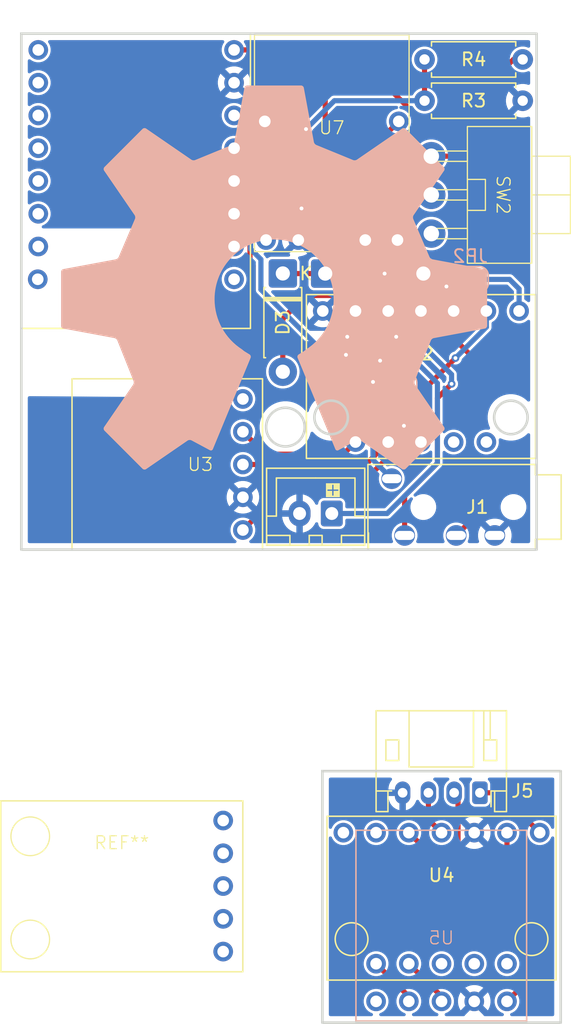
<source format=kicad_pcb>
(kicad_pcb (version 20241229) (generator "pcbnew") (generator_version "9.0")
  (layers (0 "F.Cu" signal) (2 "B.Cu" signal) (13 "F.Paste" user) (15 "B.Paste" user) (5 "F.SilkS" user "F.Silkscreen") (7 "B.SilkS" user "B.Silkscreen") (1 "F.Mask" user) (3 "B.Mask" user) (25 "Edge.Cuts" user))
  (net 0 "")
  (net 1 "SDA_1")
  (net 5 "ESP32_3V3")
  (net 7 "BATTERY_READER")
  (net 8 "ESP32_5V5")
  (net 13 "SCL_1")
  (net 15 "Net-(U2-SCX)")
  (net 18 "Net-(U2-SDX)")
  (net 22 "Net-(U4-SCX)")
  (net 25 "Net-(U4-SDX)")
  (net 28 "+BATT")
  (net 29 "GND")
  (net 32 "Net-(D3-A)")
  (net 33 "Net-(D4-A)")
  (net 35 "Net-(JP1-B)")
  (net 36 "Net-(JP2-A)")
  (footprint "My_Library:LX_LBES" (layer "F.Cu") (at 160.1 66.9 -90)
    (property "Reference" "U7" (at -9.6 6 0) (layer "F.SilkS") (effects (font (thickness 0.1))))
    (property "Value" "~")
    (pad "1" thru_hole circle (at -10.1 0.8 90) (size 1.524 1.524) (drill 0.9) (layers "*.Cu" "*.Mask") (net 32 "Net-(D3-A)"))
    (pad "2" thru_hole circle (at -10.1 11.2 90) (size 1.524 1.524) (drill 0.9) (layers "*.Cu" "*.Mask") (net 29 "GND"))
    (pad "3" thru_hole circle (at -0.9 11.1 90) (size 1.524 1.524) (drill 0.9) (layers "*.Cu" "*.Mask"))
    (pad "4" thru_hole circle (at -0.9 8.6 90) (size 1.524 1.524) (drill 0.9) (layers "*.Cu" "*.Mask") (net 29 "GND"))
    (pad "5" thru_hole circle (at -0.9 3.4 90) (size 1.524 1.524) (drill 0.9) (layers "*.Cu" "*.Mask") (net 28 "+BATT"))
    (pad "6" thru_hole circle (at -0.9 0.9 90) (size 1.524 1.524) (drill 0.9) (layers "*.Cu" "*.Mask"))
  )
  (footprint "Espressif:ESP32-C3-SuperMini_PLUS" (layer "F.Cu") (at 138.896004 61.421392)
    (property "Reference" "U1" (at 0.003996 -1.421392 0) (layer "F.SilkS"))
    (property "Value" "~")
    (pad "1" thru_hole circle (at -7.58 -10.16) (size 1.524 1.524) (drill 0.9) (layers "*.Cu" "*.Mask"))
    (pad "2" thru_hole circle (at -7.58 -7.62) (size 1.524 1.524) (drill 0.9) (layers "*.Cu" "*.Mask"))
    (pad "3" thru_hole circle (at -7.58 -5.08) (size 1.524 1.524) (drill 0.9) (layers "*.Cu" "*.Mask"))
    (pad "4" thru_hole circle (at -7.58 -2.54) (size 1.524 1.524) (drill 0.9) (layers "*.Cu" "*.Mask"))
    (pad "5" thru_hole circle (at -7.58 0) (size 1.524 1.524) (drill 0.9) (layers "*.Cu" "*.Mask"))
    (pad "6" thru_hole circle (at -7.58 2.54) (size 1.524 1.524) (drill 0.9) (layers "*.Cu" "*.Mask"))
    (pad "7" thru_hole circle (at -7.58 5.08) (size 1.524 1.524) (drill 0.9) (layers "*.Cu" "*.Mask"))
    (pad "8" thru_hole circle (at -7.62 7.62) (size 1.524 1.524) (drill 0.9) (layers "*.Cu" "*.Mask"))
    (pad "9" thru_hole circle (at 7.62 7.62) (size 1.524 1.524) (drill 0.9) (layers "*.Cu" "*.Mask"))
    (pad "10" thru_hole circle (at 7.62 5.08) (size 1.524 1.524) (drill 0.9) (layers "*.Cu" "*.Mask"))
    (pad "11" thru_hole circle (at 7.62 2.54) (size 1.524 1.524) (drill 0.9) (layers "*.Cu" "*.Mask") (net 13 "SCL_1"))
    (pad "12" thru_hole circle (at 7.62 0) (size 1.524 1.524) (drill 0.9) (layers "*.Cu" "*.Mask") (net 1 "SDA_1"))
    (pad "13" thru_hole circle (at 7.62 -2.54) (size 1.524 1.524) (drill 0.9) (layers "*.Cu" "*.Mask") (net 7 "BATTERY_READER"))
    (pad "14" thru_hole circle (at 7.62 -5.08) (size 1.524 1.524) (drill 0.9) (layers "*.Cu" "*.Mask") (net 5 "ESP32_3V3"))
    (pad "15" thru_hole circle (at 7.62 -7.62) (size 1.524 1.524) (drill 0.9) (layers "*.Cu" "*.Mask") (net 29 "GND"))
    (pad "16" thru_hole circle (at 7.62 -10.16) (size 1.524 1.524) (drill 0.9) (layers "*.Cu" "*.Mask") (net 8 "ESP32_5V5"))
  )
  (footprint "Diode_THT:D_DO-41_SOD81_P7.62mm_Horizontal" (layer "F.Cu") (at 150.3 68.59 -90)
    (property "Reference" "D3" (at 3.81 0 90) (layer "F.SilkS"))
    (property "Value" "D_1N5817 / 4.8v Zener?")
    (pad "1" thru_hole roundrect (at 0 0 270) (size 2.2 2.2) (drill 1.1) (layers "*.Cu" "*.Mask") (roundrect_rratio 0.113636) (net 8 "ESP32_5V5"))
    (pad "2" thru_hole circle (at 7.62 0 270) (size 2.2 2.2) (drill 1.1) (layers "*.Cu" "*.Mask") (net 32 "Net-(D3-A)"))
  )
  (footprint "Diode_THT:D_DO-41_SOD81_P7.62mm_Horizontal" (layer "F.Cu") (at 153.59 68.6)
    (property "Reference" "D4" (at 3.41 -0.1 0) (layer "F.SilkS"))
    (property "Value" "D_1N5817")
    (fp_text user "K" (at -1.49 0 0) (layer "F.SilkS"))
    (pad "1" thru_hole roundrect (at 0 0) (size 2.2 2.2) (drill 1.1) (layers "*.Cu" "*.Mask") (roundrect_rratio 0.113636) (net 8 "ESP32_5V5"))
    (pad "2" thru_hole circle (at 7.62 0) (size 2.2 2.2) (drill 1.1) (layers "*.Cu" "*.Mask") (net 33 "Net-(D4-A)"))
  )
  (footprint "My_Library:PJ-320A" (layer "F.Cu") (at 171.905 88.9 180)
    (property "Reference" "J1" (at 6.505 2.2 0) (layer "F.SilkS"))
    (property "Value" "TRRS Connector 3.5")
    (pad "" np_thru_hole circle (at 3.7 2.2 180) (size 1.5 1.5) (drill 1.5) (layers "*.Cu"))
    (pad "" np_thru_hole circle (at 10.7 2.2 180) (size 1.5 1.5) (drill 1.5) (layers "*.Cu"))
    (pad "R1" thru_hole circle (at 12.15 0 180) (size 1.6 1.6) (drill oval 1.5 0.7) (layers "*.Cu" "*.Mask") (net 1 "SDA_1"))
    (pad "R2" thru_hole circle (at 8.15 0 180) (size 1.6 1.6) (drill oval 1.5 0.7) (layers "*.Cu" "*.Mask") (net 13 "SCL_1"))
    (pad "S" thru_hole circle (at 5.15 0 180) (size 1.6 1.6) (drill oval 1.5 0.7) (layers "*.Cu" "*.Mask") (net 29 "GND"))
    (pad "T" thru_hole circle (at 13.15 4.4 180) (size 1.6 1.6) (drill oval 1.5 0.7) (layers "*.Cu" "*.Mask") (net 5 "ESP32_3V3"))
  )
  (footprint "My_Library:SS12F21" (layer "F.Cu") (at 167.125 62.5 -90)
    (property "Reference" "SW2" (at 0 -0.275 270) (layer "F.SilkS") (effects (font (thickness 0.1))))
    (property "Value" "SW_SPDT")
    (pad "1" thru_hole circle (at -3 5.3) (size 2.2 2.2) (drill 1.2) (layers "*.Cu" "*.Mask") (net 33 "Net-(D4-A)"))
    (pad "2" thru_hole circle (at 0 5.3) (size 2.2 2.2) (drill 1.2) (layers "*.Cu" "*.Mask") (net 28 "+BATT"))
    (pad "3" thru_hole circle (at 3 5.3) (size 2.2 2.2) (drill 1.2) (layers "*.Cu" "*.Mask"))
  )
  (footprint "Connector_JST:JST_PH_S4B-PH-K_1x04_P2.00mm_Horizontal" (layer "F.Cu") (at 165.6 108.85 180)
    (property "Reference" "J5" (at -3.3 0.14 0) (layer "F.SilkS"))
    (property "Value" "Conn_01x04")
    (pad "1" thru_hole roundrect (at 0 0 180) (size 1.2 1.75) (drill 0.75) (layers "*.Cu" "*.Mask") (roundrect_rratio 0.208333) (net 5 "ESP32_3V3"))
    (pad "2" thru_hole oval (at 2 0 180) (size 1.2 1.75) (drill 0.75) (layers "*.Cu" "*.Mask") (net 1 "SDA_1"))
    (pad "3" thru_hole oval (at 4 0 180) (size 1.2 1.75) (drill 0.75) (layers "*.Cu" "*.Mask") (net 13 "SCL_1"))
    (pad "4" thru_hole oval (at 6 0 180) (size 1.2 1.75) (drill 0.75) (layers "*.Cu" "*.Mask") (net 29 "GND"))
  )
  (footprint "Connector_JST:JST_XH_B2B-XH-A_1x02_P2.50mm_Vertical" (layer "F.Cu") (at 154.1 87.2 180)
    (property "Reference" "BT2" (hide yes))
    (property "Value" "Battery")
    (pad "1" thru_hole roundrect (at 0 0 180) (size 1.7 2) (drill 1) (layers "*.Cu" "*.Mask") (roundrect_rratio 0.147059) (net 28 "+BATT"))
    (pad "2" thru_hole oval (at 2.5 0 180) (size 1.7 2) (drill 1) (layers "*.Cu" "*.Mask") (net 29 "GND"))
  )
  (footprint "My_Library:GY-271" (layer "F.Cu") (at 142.2 83.4 180)
    (property "Reference" "U3" (at -1.7 0 0) (layer "F.SilkS") (effects (font (thickness 0.1))))
    (property "Value" "~")
    (pad "1" thru_hole circle (at -5 -5.08 180) (size 1.524 1.524) (drill 0.9) (layers "*.Cu" "*.Mask") (net 35 "Net-(JP1-B)"))
    (pad "2" thru_hole circle (at -5 -2.54 180) (size 1.524 1.524) (drill 0.9) (layers "*.Cu" "*.Mask") (net 29 "GND"))
    (pad "3" thru_hole circle (at -5 0 180) (size 1.524 1.524) (drill 0.9) (layers "*.Cu" "*.Mask") (net 15 "Net-(U2-SCX)"))
    (pad "4" thru_hole circle (at -5 2.54 180) (size 1.524 1.524) (drill 0.9) (layers "*.Cu" "*.Mask") (net 18 "Net-(U2-SDX)"))
    (pad "5" thru_hole circle (at -5 5.08 180) (size 1.524 1.524) (drill 0.9) (layers "*.Cu" "*.Mask"))
  )
  (footprint "My_Library:GY-BMI160" (layer "F.Cu") (at 162.62 117.02 -90)
    (property "Reference" "U4" (at -1.77 0 0) (layer "F.SilkS"))
    (property "Value" "~")
    (pad "1" thru_hole circle (at -5.08 -7.62 270) (size 1.524 1.524) (drill 0.9) (layers "*.Cu" "*.Mask"))
    (pad "2" thru_hole circle (at -5.08 -5.08 270) (size 1.524 1.524) (drill 0.9) (layers "*.Cu" "*.Mask") (net 5 "ESP32_3V3"))
    (pad "3" thru_hole circle (at -5.08 -2.54 270) (size 1.524 1.524) (drill 0.9) (layers "*.Cu" "*.Mask") (net 29 "GND"))
    (pad "4" thru_hole circle (at -5.08 0 270) (size 1.524 1.524) (drill 0.9) (layers "*.Cu" "*.Mask") (net 13 "SCL_1"))
    (pad "5" thru_hole circle (at -5.08 2.54 270) (size 1.524 1.524) (drill 0.9) (layers "*.Cu" "*.Mask") (net 1 "SDA_1"))
    (pad "6" thru_hole circle (at -5.08 5.08 270) (size 1.524 1.524) (drill 0.9) (layers "*.Cu" "*.Mask"))
    (pad "7" thru_hole circle (at -5.08 7.62 270) (size 1.524 1.524) (drill 0.9) (layers "*.Cu" "*.Mask"))
    (pad "8" thru_hole circle (at 5.08 5.08 270) (size 1.524 1.524) (drill 0.9) (layers "*.Cu" "*.Mask") (net 25 "Net-(U4-SDX)"))
    (pad "9" thru_hole circle (at 5.08 2.54 270) (size 1.524 1.524) (drill 0.9) (layers "*.Cu" "*.Mask") (net 22 "Net-(U4-SCX)"))
    (pad "10" thru_hole circle (at 5.08 0 270) (size 1.524 1.524) (drill 0.9) (layers "*.Cu" "*.Mask"))
    (pad "11" thru_hole circle (at 5.08 -2.54 270) (size 1.524 1.524) (drill 0.9) (layers "*.Cu" "*.Mask"))
    (pad "12" thru_hole circle (at 5.08 -5.08 270) (size 1.524 1.524) (drill 0.9) (layers "*.Cu" "*.Mask"))
  )
  (footprint "My_Library:GY-273" (layer "F.Cu") (at 137.694 116.224)
    (property "Reference" "REF**" (at 0.106 -3.5 0) (layer "F.SilkS") (effects (font (thickness 0.1))))
    (property "Value" "GY-273")
    (pad "1" thru_hole circle (at 7.976 -5.224) (size 1.524 1.524) (drill 0.9) (layers "*.Cu" "*.Mask"))
    (pad "2" thru_hole circle (at 7.976 -2.684) (size 1.524 1.524) (drill 0.9) (layers "*.Cu" "*.Mask"))
    (pad "3" thru_hole circle (at 7.976 -0.144) (size 1.524 1.524) (drill 0.9) (layers "*.Cu" "*.Mask"))
    (pad "4" thru_hole circle (at 7.976 2.396) (size 1.524 1.524) (drill 0.9) (layers "*.Cu" "*.Mask"))
    (pad "5" thru_hole circle (at 7.976 4.936) (size 1.524 1.524) (drill 0.9) (layers "*.Cu" "*.Mask"))
  )
  (footprint "My_Library:GY-BMI160" (layer "F.Cu") (at 161.02 76.58 -90)
    (property "Reference" "U2" (at -1.77 0 0) (layer "F.SilkS"))
    (property "Value" "~")
    (pad "1" thru_hole circle (at -5.08 -7.62 270) (size 1.524 1.524) (drill 0.9) (layers "*.Cu" "*.Mask") (net 36 "Net-(JP2-A)"))
    (pad "2" thru_hole circle (at -5.08 -5.08 270) (size 1.524 1.524) (drill 0.9) (layers "*.Cu" "*.Mask") (net 35 "Net-(JP1-B)"))
    (pad "3" thru_hole circle (at -5.08 -2.54 270) (size 1.524 1.524) (drill 0.9) (layers "*.Cu" "*.Mask") (net 29 "GND"))
    (pad "4" thru_hole circle (at -5.08 0 270) (size 1.524 1.524) (drill 0.9) (layers "*.Cu" "*.Mask") (net 13 "SCL_1"))
    (pad "5" thru_hole circle (at -5.08 2.54 270) (size 1.524 1.524) (drill 0.9) (layers "*.Cu" "*.Mask") (net 1 "SDA_1"))
    (pad "6" thru_hole circle (at -5.08 5.08 270) (size 1.524 1.524) (drill 0.9) (layers "*.Cu" "*.Mask"))
    (pad "7" thru_hole circle (at -5.08 7.62 270) (size 1.524 1.524) (drill 0.9) (layers "*.Cu" "*.Mask") (net 29 "GND"))
    (pad "8" thru_hole circle (at 5.08 5.08 270) (size 1.524 1.524) (drill 0.9) (layers "*.Cu" "*.Mask") (net 18 "Net-(U2-SDX)"))
    (pad "9" thru_hole circle (at 5.08 2.54 270) (size 1.524 1.524) (drill 0.9) (layers "*.Cu" "*.Mask") (net 15 "Net-(U2-SCX)"))
    (pad "10" thru_hole circle (at 5.08 0 270) (size 1.524 1.524) (drill 0.9) (layers "*.Cu" "*.Mask"))
    (pad "11" thru_hole circle (at 5.08 -2.54 270) (size 1.524 1.524) (drill 0.9) (layers "*.Cu" "*.Mask"))
    (pad "12" thru_hole circle (at 5.08 -5.08 270) (size 1.524 1.524) (drill 0.9) (layers "*.Cu" "*.Mask"))
  )
  (footprint "Resistor_THT:R_Axial_DIN0207_L6.3mm_D2.5mm_P7.62mm_Horizontal" (layer "F.Cu") (at 168.92 55.2 180)
    (property "Reference" "R3" (at 3.81 0 0) (layer "F.SilkS"))
    (property "Value" "200K")
    (pad "1" thru_hole circle (at 0 0 180) (size 1.6 1.6) (drill 0.8) (layers "*.Cu" "*.Mask") (net 29 "GND"))
    (pad "2" thru_hole circle (at 7.62 0 180) (size 1.6 1.6) (drill 0.8) (layers "*.Cu" "*.Mask") (net 7 "BATTERY_READER"))
  )
  (footprint "Resistor_THT:R_Axial_DIN0207_L6.3mm_D2.5mm_P7.62mm_Horizontal" (layer "F.Cu") (at 161.3 52)
    (property "Reference" "R4" (at 3.81 0 0) (layer "F.SilkS"))
    (property "Value" "200K")
    (pad "1" thru_hole circle (at 0 0) (size 1.6 1.6) (drill 0.8) (layers "*.Cu" "*.Mask") (net 7 "BATTERY_READER"))
    (pad "2" thru_hole circle (at 7.62 0) (size 1.6 1.6) (drill 0.8) (layers "*.Cu" "*.Mask") (net 8 "ESP32_5V5"))
  )
  (footprint "Jumper:SolderJumper-2_P1.3mm_Open_RoundedPad1.0x1.5mm" (layer "B.Cu") (at 159.7 77.75 -90)
    (property "Reference" "JP1" (at 0 1.8 90) (layer "B.SilkS") (effects (justify mirror)))
    (property "Value" "3v3 in")
    (pad "1" smd custom (at -0.65 0 270) (size 1 0.5) (layers "B.Cu" "B.Mask") (net 5 "ESP32_3V3") (options (clearance outline) (anchor rect)) (primitives (gr_circle (center 0 -0.25) (end 0.5 -0.25) (width 0) (fill yes)) (gr_circle (center 0 0.25) (end 0.5 0.25) (width 0) (fill yes)) (gr_poly (pts (xy 0.5 -0.75) (xy 0 -0.75) (xy 0 0.75) (xy 0.5 0.75)) (width 0) (fill yes))))
    (pad "2" smd custom (at 0.65 0 270) (size 1 0.5) (layers "B.Cu" "B.Mask") (net 35 "Net-(JP1-B)") (options (clearance outline) (anchor rect)) (primitives (gr_circle (center 0 -0.25) (end 0.5 -0.25) (width 0) (fill yes)) (gr_circle (center 0 0.25) (end 0.5 0.25) (width 0) (fill yes)) (gr_poly (pts (xy 0 -0.75) (xy -0.5 -0.75) (xy -0.5 0.75) (xy 0 0.75)) (width 0) (fill yes))))
  )
  (footprint "Jumper:SolderJumper-2_P1.3mm_Bridged_RoundedPad1.0x1.5mm" (layer "B.Cu") (at 164.85 69.05 180)
    (property "Reference" "JP2" (at 0 1.8 0) (layer "B.SilkS") (effects (justify mirror)))
    (property "Value" "5v in")
    (fp_poly (pts (xy 0.25 0.3) (xy -0.25 0.3) (xy -0.25 -0.3) (xy 0.25 -0.3)) (fill yes) (layer "B.Cu"))
    (pad "1" smd custom (at -0.65 0 180) (size 1 0.5) (layers "B.Cu" "B.Mask") (net 36 "Net-(JP2-A)") (options (clearance outline) (anchor rect)) (primitives (gr_circle (center 0 -0.25) (end 0.5 -0.25) (width 0) (fill yes)) (gr_circle (center 0 0.25) (end 0.5 0.25) (width 0) (fill yes)) (gr_poly (pts (xy 0.5 -0.75) (xy 0 -0.75) (xy 0 0.75) (xy 0.5 0.75)) (width 0) (fill yes))))
    (pad "2" smd custom (at 0.65 0 180) (size 1 0.5) (layers "B.Cu" "B.Mask") (net 8 "ESP32_5V5") (options (clearance outline) (anchor rect)) (primitives (gr_circle (center 0 -0.25) (end 0.5 -0.25) (width 0) (fill yes)) (gr_circle (center 0 0.25) (end 0.5 0.25) (width 0) (fill yes)) (gr_poly (pts (xy 0 -0.75) (xy -0.5 -0.75) (xy -0.5 0.75) (xy 0 0.75)) (width 0) (fill yes))))
  )
  (footprint "My_Library:GY-271" (layer "B.Cu") (at 162.62 120.02 90)
    (property "Reference" "U5" (at -0.08 -0.02 0) (layer "B.SilkS") (effects (font (thickness 0.1)) (justify mirror)))
    (property "Value" "~")
    (pad "1" thru_hole circle (at -5 5.08 90) (size 1.524 1.524) (drill 0.9) (layers "*.Cu" "*.Mask") (net 5 "ESP32_3V3"))
    (pad "2" thru_hole circle (at -5 2.54 90) (size 1.524 1.524) (drill 0.9) (layers "*.Cu" "*.Mask") (net 29 "GND"))
    (pad "3" thru_hole circle (at -5 0 90) (size 1.524 1.524) (drill 0.9) (layers "*.Cu" "*.Mask") (net 22 "Net-(U4-SCX)"))
    (pad "4" thru_hole circle (at -5 -2.54 90) (size 1.524 1.524) (drill 0.9) (layers "*.Cu" "*.Mask") (net 25 "Net-(U4-SDX)"))
    (pad "5" thru_hole circle (at -5 -5.08 90) (size 1.524 1.524) (drill 0.9) (layers "*.Cu" "*.Mask"))
  )
  (gr_poly (pts (xy 151.723241 54.018316) (xy 151.73263 54.019015) (xy 151.741973 54.020167) (xy 151.751258 54.02176) (xy 151.76047 54.023782) (xy 151.769594 54.026222) (xy 151.778618 54.029069) (xy 151.787526 54.03231) (xy 151.796305 54.035934) (xy 151.804941 54.03993) (xy 151.821728 54.048991) (xy 151.837773 54.059401) (xy 151.852965 54.071067) (xy 151.867192 54.083898) (xy 151.880341 54.0978) (xy 151.8923 54.112683) (xy 151.897799 54.120463) (xy 151.902958 54.128453) (xy 151.907763 54.136643) (xy 151.912201 54.145019) (xy 151.916258 54.153572) (xy 151.919918 54.162288) (xy 151.92317 54.171158) (xy 151.925997 54.180169) (xy 151.928387 54.18931) (xy 151.930325 54.198569) (xy 152.712306 58.399487) (xy 152.716654 58.418114) (xy 152.722644 58.436812) (xy 152.730169 58.455458) (xy 152.739123 58.473929) (xy 152.749402 58.492102) (xy 152.7609 58.509853) (xy 152.773512 58.527059) (xy 152.787131 58.543598) (xy 152.801652 58.559346) (xy 152.81697 58.574181) (xy 152.832979 58.587978) (xy 152.849575 58.600615) (xy 152.86665 58.61197) (xy 152.8841 58.621918) (xy 152.90182 58.630336) (xy 152.919703 58.637103) (xy 155.734666 59.789582) (xy 155.752166 59.797321) (xy 155.770718 59.803783) (xy 155.790158 59.808978) (xy 155.810325 59.812919) (xy 155.831057 59.815618) (xy 155.852193 59.817088) (xy 155.87357 59.81734) (xy 155.895026 59.816386) (xy 155.9164 59.814239) (xy 155.937529 59.810911) (xy 155.958253 59.806413) (xy 155.978408 59.800759) (xy 155.997833 59.79396) (xy 156.016366 59.786028) (xy 156.033845 59.776975) (xy 156.050108 59.766814) (xy 159.558877 57.358364) (xy 159.566763 57.35321) (xy 159.574886 57.348456) (xy 159.583227 57.344102) (xy 159.591769 57.340146) (xy 159.600493 57.336586) (xy 159.609382 57.333421) (xy 159.627582 57.328268) (xy 159.646222 57.324675) (xy 159.66516 57.322628) (xy 159.684251 57.322116) (xy 159.70335 57.323126) (xy 159.722314 57.325644) (xy 159.740997 57.329658) (xy 159.759256 57.335155) (xy 159.776946 57.342123) (xy 159.793923 57.350548) (xy 159.802099 57.355304) (xy 159.810043 57.360419) (xy 159.817736 57.365892) (xy 159.82516 57.371722) (xy 159.832299 57.377906) (xy 159.839132 57.384444) (xy 162.79443 60.340155) (xy 162.800929 60.347026) (xy 162.807075 60.354199) (xy 162.812867 60.361657) (xy 162.818302 60.369381) (xy 162.823381 60.377353) (xy 162.828101 60.385555) (xy 162.832461 60.39397) (xy 162.83646 60.40258) (xy 162.840096 60.411365) (xy 162.843369 60.42031) (xy 162.848816 60.438602) (xy 162.852791 60.457312) (xy 162.855283 60.476298) (xy 162.85628 60.495414) (xy 162.855773 60.514517) (xy 162.853749 60.533465) (xy 162.850199 60.552111) (xy 162.847848 60.561277) (xy 162.845111 60.570314) (xy 162.841987 60.579205) (xy 162.838474 60.58793) (xy 162.834571 60.596472) (xy 162.830278 60.604814) (xy 162.825591 60.612937) (xy 162.820511 60.620823) (xy 160.454696 64.070394) (xy 160.444481 64.086716) (xy 160.43542 64.104219) (xy 160.427523 64.122744) (xy 160.420797 64.142133) (xy 160.415252 64.162228) (xy 160.410898 64.182871) (xy 160.407744 64.203903) (xy 160.405798 64.225166) (xy 160.40507 64.246501) (xy 160.405568 64.267751) (xy 160.407302 64.288758) (xy 160.410281 64.309362) (xy 160.414515 64.329406) (xy 160.420011 64.348732) (xy 160.42678 64.36718) (xy 160.434829 64.384594) (xy 161.679623 67.288974) (xy 161.682982 67.297892) (xy 161.686763 67.306784) (xy 161.695526 67.324439) (xy 161.705791 67.341832) (xy 161.717435 67.358856) (xy 161.730336 67.375405) (xy 161.74437 67.391372) (xy 161.759416 67.40665) (xy 161.775351 67.421132) (xy 161.792052 67.434712) (xy 161.809398 67.447283) (xy 161.827265 67.458738) (xy 161.845531 67.46897) (xy 161.864073 67.477874) (xy 161.88277 67.485341) (xy 161.892138 67.488503) (xy 161.901498 67.491266) (xy 161.910836 67.493617) (xy 161.920135 67.495541) (xy 165.980719 68.251029) (xy 165.980304 68.250614) (xy 165.989525 68.252588) (xy 165.99863 68.25501) (xy 166.007608 68.257865) (xy 166.016446 68.261141) (xy 166.025134 68.264822) (xy 166.033658 68.268897) (xy 166.042009 68.27335) (xy 166.050173 68.278169) (xy 166.058139 68.283339) (xy 166.065897 68.288847) (xy 166.073433 68.29468) (xy 166.080736 68.300823) (xy 166.087795 68.307264) (xy 166.094599 68.313988) (xy 166.101134 68.320982) (xy 166.10739 68.328233) (xy 166.113355 68.335725) (xy 166.119017 68.343447) (xy 166.124365 68.351384) (xy 166.129386 68.359522) (xy 166.13407 68.367849) (xy 166.138405 68.37635) (xy 166.142378 68.385011) (xy 166.145979 68.39382) (xy 166.149195 68.402762) (xy 166.152015 68.411824) (xy 166.154427 68.420992) (xy 166.15642 68.430252) (xy 166.157982 68.439592) (xy 166.159101 68.448996) (xy 166.159765 68.458452) (xy 166.159964 68.467946) (xy 166.159552 72.648166) (xy 166.159316 72.657588) (xy 166.158616 72.666984) (xy 166.157464 72.676339) (xy 166.155872 72.685638) (xy 166.15385 72.694868) (xy 166.151411 72.704013) (xy 166.148567 72.71306) (xy 166.145328 72.721994) (xy 166.137713 72.739466) (xy 166.128661 72.756313) (xy 166.118264 72.77242) (xy 166.106615 72.787672) (xy 166.093806 72.801954) (xy 166.079931 72.81515) (xy 166.065082 72.827146) (xy 166.057321 72.832658) (xy 166.049351 72.837826) (xy 166.041185 72.842637) (xy 166.032833 72.847075) (xy 166.024307 72.851127) (xy 166.015619 72.854778) (xy 166.006781 72.858013) (xy 165.997803 72.860819) (xy 165.988698 72.863181) (xy 165.979477 72.865083) (xy 162.018658 73.602355) (xy 162.009329 73.604282) (xy 161.999981 73.60664) (xy 161.981286 73.612592) (xy 161.96269 73.620104) (xy 161.944312 73.629068) (xy 161.926268 73.639376) (xy 161.908677 73.650919) (xy 161.891656 73.663591) (xy 161.875322 73.677282) (xy 161.859794 73.691885) (xy 161.845189 73.707293) (xy 161.831624 73.723396) (xy 161.819218 73.740088) (xy 161.808087 73.75726) (xy 161.79835 73.774805) (xy 161.790124 73.792614) (xy 161.783526 73.810579) (xy 160.547015 76.900414) (xy 160.539421 76.917982) (xy 160.533086 76.936584) (xy 160.528 76.956059) (xy 160.524149 76.976247) (xy 160.521524 76.996988) (xy 160.520112 77.018122) (xy 160.519902 77.039489) (xy 160.520882 77.060929) (xy 160.523042 77.082281) (xy 160.526368 77.103386) (xy 160.530851 77.124083) (xy 160.536477 77.144213) (xy 160.543237 77.163616) (xy 160.551117 77.18213) (xy 160.560108 77.199597) (xy 160.570196 77.215856) (xy 162.820095 80.494873) (xy 162.82525 80.502797) (xy 162.830003 80.510956) (xy 162.834357 80.51933) (xy 162.838314 80.527904) (xy 162.841873 80.536658) (xy 162.845039 80.545575) (xy 162.850191 80.563825) (xy 162.853784 80.582512) (xy 162.855831 80.601493) (xy 162.856343 80.620624) (xy 162.855333 80.639762) (xy 162.852815 80.658764) (xy 162.848801 80.677487) (xy 162.843304 80.695789) (xy 162.836336 80.713525) (xy 162.827911 80.730553) (xy 162.823155 80.738756) (xy 162.81804 80.746729) (xy 162.812567 80.754453) (xy 162.806738 80.761911) (xy 162.800553 80.769084) (xy 162.794015 80.775955) (xy 159.838302 83.731668) (xy 159.831506 83.738131) (xy 159.824403 83.744245) (xy 159.817012 83.750009) (xy 159.809349 83.755422) (xy 159.801433 83.760481) (xy 159.793283 83.765186) (xy 159.784916 83.769534) (xy 159.77635 83.773524) (xy 159.767603 83.777154) (xy 159.758694 83.780423) (xy 159.740459 83.785872) (xy 159.721791 83.789857) (xy 159.702832 83.792365) (xy 159.683728 83.793384) (xy 159.664623 83.792901) (xy 159.645661 83.790903) (xy 159.626986 83.787378) (xy 159.617802 83.785039) (xy 159.608743 83.782313) (xy 159.599829 83.779198) (xy 159.591076 83.775694) (xy 159.582504 83.771799) (xy 159.574129 83.767511) (xy 159.565971 83.762828) (xy 159.558047 83.757749) (xy 156.3374 81.546759) (xy 156.321243 81.53667) (xy 156.303926 81.527825) (xy 156.285606 81.520228) (xy 156.266444 81.513882) (xy 156.246597 81.50879) (xy 156.226226 81.504956) (xy 156.205488 81.502381) (xy 156.184543 81.501069) (xy 156.163549 81.501024) (xy 156.142666 81.502247) (xy 156.122052 81.504743) (xy 156.101866 81.508514) (xy 156.082267 81.513563) (xy 156.063414 81.519894) (xy 156.045466 81.527509) (xy 156.028581 81.536411) (xy 154.608267 82.294797) (xy 154.599767 82.298822) (xy 154.591196 82.302362) (xy 154.58257 82.305422) (xy 154.573904 82.308009) (xy 154.565212 82.310126) (xy 154.556509 82.311779) (xy 154.547809 82.312974) (xy 154.539128 82.313716) (xy 154.530481 82.314009) (xy 154.521882 82.31386) (xy 154.513345 82.313272) (xy 154.504886 82.312253) (xy 154.49652 82.310806) (xy 154.488261 82.308937) (xy 154.480124 82.306651) (xy 154.472124 82.303954) (xy 154.464276 82.300851) (xy 154.456593 82.297347) (xy 154.449092 82.293446) (xy 154.441787 82.289156) (xy 154.434693 82.284479) (xy 154.427824 82.279423) (xy 154.421196 82.273992) (xy 154.414822 82.268191) (xy 154.408718 82.262026) (xy 154.402899 82.255501) (xy 154.39738 82.248623) (xy 154.392174 82.241395) (xy 154.387298 82.233825) (xy 154.382765 82.225916) (xy 154.378591 82.217673) (xy 154.374791 82.209104) (xy 151.4464 75.130718) (xy 151.443017 75.121913) (xy 151.440081 75.112975) (xy 151.437588 75.10392) (xy 151.435532 75.094766) (xy 151.433906 75.085528) (xy 151.432707 75.076224) (xy 151.431562 75.057484) (xy 151.432051 75.038682) (xy 151.434131 75.019951) (xy 151.437756 75.001426) (xy 151.442881 74.983242) (xy 151.449461 74.965533) (xy 151.457452 74.948435) (xy 151.466808 74.932081) (xy 151.477486 74.916606) (xy 151.489439 74.902146) (xy 151.495879 74.895337) (xy 151.502623 74.888833) (xy 151.509662 74.88265) (xy 151.516993 74.876804) (xy 151.524608 74.871313) (xy 151.532504 74.866193) (xy 151.888099 74.648447) (xy 151.913667 74.632099) (xy 151.940971 74.613447) (xy 151.969497 74.592903) (xy 151.998732 74.570879) (xy 152.028161 74.547789) (xy 152.057269 74.524043) (xy 152.085543 74.500055) (xy 152.112469 74.476238) (xy 152.347769 74.315135) (xy 152.572336 74.140223) (xy 152.785556 73.95211) (xy 152.986815 73.751404) (xy 153.175501 73.538713) (xy 153.350998 73.314645) (xy 153.512694 73.079809) (xy 153.659974 72.834813) (xy 153.792226 72.580266) (xy 153.852524 72.4496) (xy 153.908835 72.316774) (xy 153.961082 72.181864) (xy 154.009188 72.044947) (xy 154.053077 71.906098) (xy 154.092671 71.765392) (xy 154.127895 71.622908) (xy 154.158671 71.478719) (xy 154.184922 71.332903) (xy 154.206573 71.185535) (xy 154.223546 71.036691) (xy 154.235764 70.886448) (xy 154.243152 70.734881) (xy 154.245631 70.582066) (xy 154.239617 70.344156) (xy 154.221767 70.109369) (xy 154.192374 69.877997) (xy 154.151726 69.650328) (xy 154.100114 69.426655) (xy 154.03783 69.207267) (xy 153.965162 68.992455) (xy 153.882403 68.782509) (xy 153.789841 68.57772) (xy 153.687769 68.378378) (xy 153.576475 68.184774) (xy 153.456252 67.997198) (xy 153.327388 67.815941) (xy 153.190175 67.641292) (xy 153.044903 67.473544) (xy 152.891862 67.312985) (xy 152.731343 67.159907) (xy 152.563637 67.014599) (xy 152.389034 66.877354) (xy 152.207824 66.748459) (xy 152.020298 66.628208) (xy 151.826746 66.516889) (xy 151.627458 66.414793) (xy 151.422726 66.322211) (xy 151.21284 66.239434) (xy 150.998089 66.16675) (xy 150.778766 66.104452) (xy 150.555159 66.05283) (xy 150.32756 66.012174) (xy 150.096259 65.982774) (xy 149.861546 65.964921) (xy 149.623712 65.958905) (xy 149.385878 65.964921) (xy 149.151165 65.982774) (xy 148.919864 66.012174) (xy 148.692265 66.05283) (xy 148.468658 66.104452) (xy 148.249334 66.16675) (xy 148.034584 66.239434) (xy 147.824697 66.322211) (xy 147.619965 66.414793) (xy 147.420678 66.516889) (xy 147.227126 66.628208) (xy 147.039599 66.748459) (xy 146.858389 66.877354) (xy 146.683786 67.014599) (xy 146.516079 67.159907) (xy 146.355561 67.312985) (xy 146.20252 67.473544) (xy 146.057248 67.641292) (xy 145.920035 67.815941) (xy 145.791171 67.997198) (xy 145.670947 68.184774) (xy 145.559654 68.378378) (xy 145.457581 68.57772) (xy 145.36502 68.782509) (xy 145.28226 68.992455) (xy 145.209593 69.207267) (xy 145.147308 69.426655) (xy 145.095696 69.650328) (xy 145.055048 69.877997) (xy 145.025655 70.109369) (xy 145.007805 70.344156) (xy 145.001791 70.582066) (xy 145.011658 70.886448) (xy 145.040849 71.185535) (xy 145.088752 71.478719) (xy 145.154751 71.765392) (xy 145.238234 72.044947) (xy 145.338587 72.316774) (xy 145.455196 72.580266) (xy 145.587448 72.834813) (xy 145.734729 73.079809) (xy 145.896424 73.314645) (xy 146.071922 73.538713) (xy 146.260607 73.751404) (xy 146.461866 73.95211) (xy 146.675086 74.140223) (xy 146.899653 74.315135) (xy 147.134953 74.476238) (xy 147.161998 74.500175) (xy 147.190334 74.524218) (xy 147.219465 74.547971) (xy 147.248897 74.571035) (xy 147.278135 74.593012) (xy 147.306684 74.613505) (xy 147.334049 74.632116) (xy 147.359736 74.648447) (xy 147.715332 74.866193) (xy 147.723264 74.871313) (xy 147.730911 74.876804) (xy 147.738269 74.88265) (xy 147.745332 74.888833) (xy 147.752095 74.895337) (xy 147.758551 74.902145) (xy 147.764697 74.90924) (xy 147.770525 74.916606) (xy 147.776032 74.924225) (xy 147.781211 74.93208) (xy 147.786058 74.940156) (xy 147.790566 74.948434) (xy 147.794731 74.956899) (xy 147.798547 74.965533) (xy 147.802009 74.974319) (xy 147.805111 74.983241) (xy 147.807848 74.992282) (xy 147.810215 75.001425) (xy 147.812205 75.010654) (xy 147.813815 75.01995) (xy 147.815038 75.029299) (xy 147.815869 75.038681) (xy 147.816303 75.048082) (xy 147.816334 75.057484) (xy 147.815956 75.06687) (xy 147.815166 75.076224) (xy 147.813956 75.085528) (xy 147.812322 75.094765) (xy 147.810259 75.10392) (xy 147.807761 75.112975) (xy 147.804822 75.121913) (xy 147.801437 75.130718) (xy 144.872633 82.208691) (xy 144.868831 82.217264) (xy 144.864654 82.225512) (xy 144.860116 82.233432) (xy 144.855232 82.241016) (xy 144.850018 82.248261) (xy 144.844489 82.255159) (xy 144.838659 82.261705) (xy 144.832543 82.267894) (xy 144.826158 82.273719) (xy 144.819516 82.279176) (xy 144.812635 82.284258) (xy 144.805527 82.288959) (xy 144.79821 82.293275) (xy 144.790697 82.297199) (xy 144.783003 82.300726) (xy 144.775145 82.30385) (xy 144.767135 82.306565) (xy 144.758991 82.308866) (xy 144.750726 82.310746) (xy 144.742355 82.312201) (xy 144.733895 82.313225) (xy 144.725359 82.313811) (xy 144.716762 82.313955) (xy 144.708121 82.31365) (xy 144.699449 82.31289) (xy 144.690761 82.311671) (xy 144.682074 82.309987) (xy 144.673401 82.307831) (xy 144.664757 82.305198) (xy 144.656159 82.302083) (xy 144.64762 82.298479) (xy 144.639156 82.294382) (xy 143.218843 81.535999) (xy 143.202031 81.527169) (xy 143.184146 81.519618) (xy 143.165346 81.513342) (xy 143.145791 81.50834) (xy 143.125639 81.504609) (xy 143.105049 81.502147) (xy 143.08418 81.500951) (xy 143.063192 81.501018) (xy 143.042242 81.502346) (xy 143.02149 81.504934) (xy 143.001094 81.508778) (xy 142.981214 81.513876) (xy 142.962008 81.520225) (xy 142.943635 81.527824) (xy 142.926254 81.536669) (xy 142.910025 81.546759) (xy 139.689376 83.757749) (xy 139.681452 83.762865) (xy 139.673294 83.767584) (xy 139.664919 83.771905) (xy 139.656347 83.775831) (xy 139.647593 83.779363) (xy 139.638678 83.782502) (xy 139.620431 83.787611) (xy 139.60175 83.791171) (xy 139.582779 83.793193) (xy 139.563661 83.79369) (xy 139.54454 83.792676) (xy 139.525559 83.790163) (xy 139.506863 83.786164) (xy 139.488595 83.780691) (xy 139.470899 83.773757) (xy 139.453919 83.765375) (xy 139.445742 83.760645) (xy 139.437797 83.755558) (xy 139.430104 83.750115) (xy 139.422679 83.744318) (xy 139.415541 83.738169) (xy 139.408707 83.731668) (xy 136.452996 80.775955) (xy 136.446496 80.769084) (xy 136.440347 80.761911) (xy 136.43455 80.754453) (xy 136.429107 80.746729) (xy 136.42402 80.738756) (xy 136.41929 80.730552) (xy 136.414919 80.722136) (xy 136.410908 80.713524) (xy 136.407259 80.704736) (xy 136.403974 80.695788) (xy 136.398501 80.677487) (xy 136.394501 80.658763) (xy 136.391988 80.639761) (xy 136.390974 80.620622) (xy 136.391472 80.601491) (xy 136.393494 80.582511) (xy 136.39508 80.573122) (xy 136.397053 80.563824) (xy 136.399413 80.554635) (xy 136.402162 80.545573) (xy 136.405302 80.536657) (xy 136.408834 80.527903) (xy 136.41276 80.51933) (xy 136.417081 80.510955) (xy 136.4218 80.502797) (xy 136.426917 80.494873) (xy 138.676817 77.21544) (xy 138.686979 77.19925) (xy 138.696032 77.181834) (xy 138.703966 77.163355) (xy 138.710769 77.143974) (xy 138.71643 77.123853) (xy 138.720936 77.103154) (xy 138.724278 77.082039) (xy 138.726442 77.06067) (xy 138.727417 77.039209) (xy 138.727193 77.017818) (xy 138.725757 76.996658) (xy 138.723098 76.975892) (xy 138.719204 76.955681) (xy 138.714064 76.936187) (xy 138.707666 76.917573) (xy 138.7 76.9) (xy 137.463485 73.810166) (xy 137.460433 73.801169) (xy 137.456952 73.792196) (xy 137.453057 73.78326) (xy 137.448764 73.774374) (xy 137.439043 73.756811) (xy 137.42791 73.739616) (xy 137.415487 73.722899) (xy 137.401895 73.70677) (xy 137.387255 73.691338) (xy 137.371688 73.676713) (xy 137.355317 73.663005) (xy 137.338261 73.650323) (xy 137.320642 73.638778) (xy 137.302582 73.62848) (xy 137.284202 73.619537) (xy 137.265623 73.612059) (xy 137.256297 73.608905) (xy 137.246966 73.606158) (xy 137.237647 73.603832) (xy 137.228353 73.601941) (xy 133.267535 72.864668) (xy 133.258314 72.86273) (xy 133.249208 72.86034) (xy 133.24023 72.857513) (xy 133.231391 72.854261) (xy 133.222703 72.8506) (xy 133.214177 72.846542) (xy 133.205825 72.842103) (xy 133.197659 72.837295) (xy 133.18969 72.832133) (xy 133.181929 72.826632) (xy 133.174388 72.820803) (xy 133.16708 72.814663) (xy 133.160015 72.808224) (xy 133.153204 72.801501) (xy 133.146661 72.794508) (xy 133.140396 72.787257) (xy 133.134421 72.779765) (xy 133.128747 72.772044) (xy 133.123386 72.764108) (xy 133.11835 72.755971) (xy 133.11365 72.747647) (xy 133.109298 72.739151) (xy 133.105305 72.730496) (xy 133.101684 72.721696) (xy 133.098445 72.712765) (xy 133.0956 72.703717) (xy 133.093161 72.694565) (xy 133.09114 72.685325) (xy 133.089547 72.676009) (xy 133.088395 72.666633) (xy 133.087696 72.657208) (xy 133.08746 72.647751) (xy 133.08746 68.467531) (xy 133.087695 68.458111) (xy 133.088391 68.448722) (xy 133.089537 68.439379) (xy 133.091123 68.430093) (xy 133.093136 68.420881) (xy 133.095565 68.411755) (xy 133.098398 68.40273) (xy 133.101626 68.39382) (xy 133.105235 68.385038) (xy 133.109215 68.376399) (xy 133.118241 68.359603) (xy 133.128613 68.343545) (xy 133.140241 68.328336) (xy 133.153033 68.314087) (xy 133.166898 68.30091) (xy 133.181745 68.288917) (xy 133.189509 68.2834) (xy 133.197484 68.27822) (xy 133.20566 68.273392) (xy 133.214024 68.268929) (xy 133.222565 68.264846) (xy 133.231273 68.261157) (xy 133.240135 68.257875) (xy 133.24914 68.255014) (xy 133.258277 68.252589) (xy 133.267535 68.250614) (xy 137.328119 67.495128) (xy 137.346824 67.490784) (xy 137.365602 67.484808) (xy 137.384331 67.477306) (xy 137.402891 67.468381) (xy 137.42116 67.45814) (xy 137.439016 67.446686) (xy 137.456338 67.434125) (xy 137.473006 67.420562) (xy 137.488898 67.406101) (xy 137.503892 67.390848) (xy 137.517867 67.374907) (xy 137.530703 67.358383) (xy 137.542277 67.341382) (xy 137.552468 67.324007) (xy 137.561156 67.306365) (xy 137.568218 67.288559) (xy 138.813012 64.384181) (xy 138.821057 64.366767) (xy 138.827814 64.348318) (xy 138.833293 64.328993) (xy 138.837507 64.308949) (xy 138.840467 64.288344) (xy 138.842184 64.267338) (xy 138.84267 64.246087) (xy 138.841937 64.224752) (xy 138.839996 64.203489) (xy 138.836859 64.182457) (xy 138.832537 64.161814) (xy 138.827041 64.141719) (xy 138.820384 64.12233) (xy 138.812576 64.103805) (xy 138.803629 64.086303) (xy 138.793555 64.069981) (xy 136.42733 60.620823) (xy 136.422177 60.612937) (xy 136.417427 60.604814) (xy 136.413078 60.596472) (xy 136.409129 60.58793) (xy 136.405578 60.579205) (xy 136.402422 60.570314) (xy 136.397292 60.552111) (xy 136.393724 60.533465) (xy 136.391704 60.514517) (xy 136.391216 60.495414) (xy 136.392247 60.476298) (xy 136.394782 60.457312) (xy 136.398806 60.438602) (xy 136.404304 60.42031) (xy 136.411263 60.40258) (xy 136.419668 60.385555) (xy 136.424408 60.377353) (xy 136.429504 60.369381) (xy 136.434954 60.361657) (xy 136.440756 60.354199) (xy 136.446909 60.347026) (xy 136.45341 60.340155) (xy 139.408707 57.384444) (xy 139.415541 57.377944) (xy 139.422679 57.371794) (xy 139.430104 57.365997) (xy 139.437797 57.360554) (xy 139.445742 57.355467) (xy 139.453919 57.350737) (xy 139.462311 57.346366) (xy 139.470899 57.342355) (xy 139.479667 57.338706) (xy 139.488595 57.335421) (xy 139.506863 57.329948) (xy 139.525559 57.325949) (xy 139.54454 57.323436) (xy 139.563661 57.322421) (xy 139.582779 57.322919) (xy 139.60175 57.324941) (xy 139.611136 57.326528) (xy 139.620431 57.3285) (xy 139.629618 57.33086) (xy 139.638678 57.33361) (xy 139.647593 57.336749) (xy 139.656347 57.340281) (xy 139.664919 57.344207) (xy 139.673294 57.348529) (xy 139.681452 57.353247) (xy 139.689376 57.358364) (xy 143.198144 59.766813) (xy 143.214335 59.77697) (xy 143.231751 59.78601) (xy 143.25023 59.793923) (xy 143.269612 59.8007) (xy 143.289733 59.806329) (xy 143.310432 59.810801) (xy 143.331547 59.814105) (xy 143.352916 59.81623) (xy 143.374377 59.817167) (xy 143.395768 59.816905) (xy 143.416928 59.815434) (xy 143.437694 59.812744) (xy 143.457905 59.808824) (xy 143.477398 59.803663) (xy 143.496012 59.797253) (xy 143.513585 59.789581) (xy 146.328962 58.637102) (xy 146.337918 58.633933) (xy 146.346845 58.630336) (xy 146.355732 58.626326) (xy 146.364565 58.621917) (xy 146.382015 58.611969) (xy 146.39909 58.600615) (xy 146.415686 58.587978) (xy 146.431695 58.57418) (xy 146.447013 58.559346) (xy 146.461534 58.543598) (xy 146.475154 58.527059) (xy 146.487765 58.509852) (xy 146.499263 58.492101) (xy 146.509542 58.473929) (xy 146.518497 58.455458) (xy 146.526022 58.436812) (xy 146.532011 58.418114) (xy 146.534397 58.408783) (xy 146.53636 58.399486) (xy 147.317926 54.198155) (xy 147.319864 54.188933) (xy 147.322254 54.179828) (xy 147.325081 54.17085) (xy 147.328332 54.162011) (xy 147.331993 54.153323) (xy 147.336049 54.144797) (xy 147.340487 54.136445) (xy 147.345292 54.128279) (xy 147.350451 54.120309) (xy 147.35595 54.112548) (xy 147.361774 54.105008) (xy 147.367909 54.097699) (xy 147.374342 54.090634) (xy 147.381058 54.083824) (xy 147.388044 54.077281) (xy 147.395285 54.071016) (xy 147.402767 54.06504) (xy 147.410477 54.059366) (xy 147.4184 54.054006) (xy 147.426522 54.04897) (xy 147.43483 54.04427) (xy 147.443308 54.039918) (xy 147.451944 54.035925) (xy 147.460724 54.032303) (xy 147.469632 54.029064) (xy 147.478656 54.02622) (xy 147.48778 54.023781) (xy 147.496992 54.021759) (xy 147.506277 54.020167) (xy 147.515621 54.019015) (xy 147.52501 54.018316) (xy 147.53443 54.01808) (xy 151.713821 54.01808)) (fill yes) (layer "B.SilkS"))
  (gr_rect (start 153.37 107.17) (end 171.87 126.67) (stroke (width 0.2)) (fill no) (layer "Edge.Cuts"))
  (gr_rect (start 130 50) (end 170 90) (stroke (width 0.2)) (fill no) (layer "Edge.Cuts"))
  (gr_circle (center 154.05 79.75) (end 155.35 79.75) (stroke (width 0.2)) (fill no) (layer "Edge.Cuts"))
  (gr_circle (center 168 79.75) (end 169.3 79.75) (stroke (width 0.2)) (fill no) (layer "Edge.Cuts"))
  (gr_circle (center 150.5 80.5) (end 152 80.5) (stroke (width 0.2)) (fill no) (layer "Edge.Cuts"))
  (gr_text "+" (at 153.5 85.9 0) (layer "F.SilkS" knockout) (effects (font (size 1 1) (thickness 0.1)) (justify left bottom)))
  (segment (start 163.6 108.85) (end 163.9 109.15) (width 0.4) (layer "F.Cu") (net 1))
  (segment (start 151.75 63.55) (end 151.707216 63.55) (width 0.4) (layer "F.Cu") (net 1))
  (segment (start 159.755 85.845) (end 162.3 83.3) (width 0.4) (layer "F.Cu") (net 1))
  (segment (start 161.74 113.6) (end 160.08 111.94) (width 0.4) (layer "F.Cu") (net 1))
  (segment (start 149.578608 61.421392) (end 146.516004 61.421392) (width 0.4) (layer "F.Cu") (net 1))
  (segment (start 159.755 88.9) (end 159.755 85.845) (width 0.4) (layer "F.Cu") (net 1))
  (segment (start 162.3 83.3) (end 162.3 78.25) (width 0.4) (layer "F.Cu") (net 1))
  (segment (start 162.3 78.25) (end 163.4 77.15) (width 0.4) (layer "F.Cu") (net 1))
  (segment (start 163.4 113.6) (end 161.74 113.6) (width 0.4) (layer "F.Cu") (net 1))
  (segment (start 151.707216 63.55) (end 149.578608 61.421392) (width 0.4) (layer "F.Cu") (net 1))
  (segment (start 163.9 113.1) (end 163.4 113.6) (width 0.4) (layer "F.Cu") (net 1))
  (segment (start 163.9 109.15) (end 163.9 113.1) (width 0.4) (layer "F.Cu") (net 1))
  (via (at 163.4 77.15) (size 0.6) (drill 0.3) (layers "F.Cu" "B.Cu") (net 1))
  (via (at 151.75 63.55) (size 0.6) (drill 0.3) (layers "F.Cu" "B.Cu") (net 1))
  (segment (start 158.48 70.42) (end 158.48 71.5) (width 0.4) (layer "B.Cu") (net 1))
  (segment (start 163.4 76.42) (end 158.48 71.5) (width 0.4) (layer "B.Cu") (net 1))
  (segment (start 159.2 68.3) (end 159.2 69.7) (width 0.4) (layer "B.Cu") (net 1))
  (segment (start 158.3 67.4) (end 159.2 68.3) (width 0.4) (layer "B.Cu") (net 1))
  (segment (start 159.3 88.9) (end 159.755 88.9) (width 0.2) (layer "B.Cu") (net 1))
  (segment (start 155.6 67.4) (end 158.3 67.4) (width 0.4) (layer "B.Cu") (net 1))
  (segment (start 151.75 63.55) (end 155.6 67.4) (width 0.4) (layer "B.Cu") (net 1))
  (segment (start 163.4 77.15) (end 163.4 76.42) (width 0.4) (layer "B.Cu") (net 1))
  (segment (start 159.2 69.7) (end 158.48 70.42) (width 0.4) (layer "B.Cu") (net 1))
  (segment (start 167.7 111.94) (end 167.7 119.8) (width 0.4) (layer "F.Cu") (net 5))
  (segment (start 167.15 108.85) (end 170.24 111.94) (width 0.4) (layer "F.Cu") (net 5))
  (segment (start 167.7 119.8) (end 169.7 121.8) (width 0.4) (layer "F.Cu") (net 5))
  (segment (start 169.7 123.02) (end 167.7 125.02) (width 0.4) (layer "F.Cu") (net 5))
  (segment (start 157.3 77) (end 155.2 74.9) (width 0.4) (layer "F.Cu") (net 5))
  (segment (start 169.7 121.8) (end 169.7 123.02) (width 0.4) (layer "F.Cu") (net 5))
  (segment (start 165.6 108.85) (end 167.15 108.85) (width 0.4) (layer "F.Cu") (net 5))
  (via (at 155.2 74.9) (size 0.6) (drill 0.3) (layers "F.Cu" "B.Cu") (net 5))
  (via (at 157.3 77) (size 0.6) (drill 0.3) (layers "F.Cu" "B.Cu") (net 5))
  (segment (start 148.6 69.83808) (end 148.6 67.5) (width 0.4) (layer "B.Cu") (net 5))
  (segment (start 159.6 77) (end 159.7 77.1) (width 0.4) (layer "B.Cu") (net 5))
  (segment (start 147.8 66.7) (end 147.8 57.625388) (width 0.4) (layer "B.Cu") (net 5))
  (segment (start 157.3 83.045) (end 158.755 84.5) (width 0.4) (layer "B.Cu") (net 5))
  (segment (start 157.3 77) (end 159.6 77) (width 0.4) (layer "B.Cu") (net 5))
  (segment (start 153.66192 74.9) (end 148.6 69.83808) (width 0.4) (layer "B.Cu") (net 5))
  (segment (start 157.3 77) (end 157.3 83.045) (width 0.4) (layer "B.Cu") (net 5))
  (segment (start 148.6 67.5) (end 147.8 66.7) (width 0.4) (layer "B.Cu") (net 5))
  (segment (start 155.2 74.9) (end 153.66192 74.9) (width 0.4) (layer "B.Cu") (net 5))
  (segment (start 147.8 57.625388) (end 146.516004 56.341392) (width 0.4) (layer "B.Cu") (net 5))
  (segment (start 146.516004 58.881392) (end 150.618608 58.881392) (width 0.4) (layer "F.Cu") (net 7))
  (segment (start 150.618608 58.881392) (end 152.1 57.4) (width 0.4) (layer "F.Cu") (net 7))
  (segment (start 161.3 52) (end 161.3 55.2) (width 0.4) (layer "F.Cu") (net 7))
  (via (at 152.1 57.4) (size 0.6) (drill 0.3) (layers "F.Cu" "B.Cu") (net 7))
  (segment (start 152.1 57.4) (end 154.3 55.2) (width 0.4) (layer "B.Cu") (net 7))
  (segment (start 154.3 55.2) (end 161.3 55.2) (width 0.4) (layer "B.Cu") (net 7))
  (segment (start 153.59 68.6) (end 153.59 54.851392) (width 0.4) (layer "F.Cu") (net 8))
  (segment (start 158.2 68.6) (end 159.8 70.2) (width 0.4) (layer "F.Cu") (net 8))
  (segment (start 168.92 52) (end 168.2 52) (width 0.4) (layer "F.Cu") (net 8))
  (segment (start 160.8 56.5) (end 155.561392 51.261392) (width 0.4) (layer "F.Cu") (net 8))
  (segment (start 163.7 56.5) (end 160.8 56.5) (width 0.4) (layer "F.Cu") (net 8))
  (segment (start 159.8 70.2) (end 162.4 70.2) (width 0.4) (layer "F.Cu") (net 8))
  (segment (start 155.561392 51.261392) (end 150 51.261392) (width 0.4) (layer "F.Cu") (net 8))
  (segment (start 153.59 68.6) (end 150.31 68.6) (width 0.4) (layer "F.Cu") (net 8))
  (segment (start 150.31 68.6) (end 150.3 68.59) (width 0.4) (layer "F.Cu") (net 8))
  (segment (start 150 51.261392) (end 146.516004 51.261392) (width 0.4) (layer "F.Cu") (net 8))
  (segment (start 162.4 70.2) (end 163 69.6) (width 0.4) (layer "F.Cu") (net 8))
  (segment (start 153.59 54.851392) (end 150 51.261392) (width 0.4) (layer "F.Cu") (net 8))
  (segment (start 168.2 52) (end 163.7 56.5) (width 0.4) (layer "F.Cu") (net 8))
  (via (at 163 69.6) (size 0.6) (drill 0.3) (layers "F.Cu" "B.Cu") (net 8))
  (via (at 158.2 68.6) (size 0.6) (drill 0.3) (layers "F.Cu" "B.Cu") (net 8))
  (segment (start 153.59 68.6) (end 158.2 68.6) (width 0.4) (layer "B.Cu") (net 8))
  (segment (start 163 69.6) (end 163.65 69.6) (width 0.4) (layer "B.Cu") (net 8))
  (segment (start 163.65 69.6) (end 164.2 69.05) (width 0.4) (layer "B.Cu") (net 8))
  (segment (start 148 68) (end 147.75 67.75) (width 0.4) (layer "F.Cu") (net 13))
  (segment (start 147.75 67.75) (end 147.75 65.195388) (width 0.4) (layer "F.Cu") (net 13))
  (segment (start 164.9 87.755) (end 163.755 88.9) (width 0.4) (layer "F.Cu") (net 13))
  (segment (start 164.9 74.95) (end 164.9 87.755) (width 0.4) (layer "F.Cu") (net 13))
  (segment (start 148 76.2) (end 148 68) (width 0.4) (layer "F.Cu") (net 13))
  (segment (start 161.6 110.92) (end 162.62 111.94) (width 0.4) (layer "F.Cu") (net 13))
  (segment (start 155.3 73.5) (end 151 77.8) (width 0.4) (layer "F.Cu") (net 13))
  (segment (start 147.75 65.195388) (end 146.516004 63.961392) (width 0.4) (layer "F.Cu") (net 13))
  (segment (start 159.1 73.5) (end 159.1 73.42) (width 0.4) (layer "F.Cu") (net 13))
  (segment (start 159.1 73.42) (end 161.02 71.5) (width 0.4) (layer "F.Cu") (net 13))
  (segment (start 161.6 108.85) (end 161.6 110.92) (width 0.4) (layer "F.Cu") (net 13))
  (segment (start 161.02 71.5) (end 161.45 71.5) (width 0.4) (layer "F.Cu") (net 13))
  (segment (start 161.45 71.5) (end 164.9 74.95) (width 0.4) (layer "F.Cu") (net 13))
  (segment (start 149.6 77.8) (end 148 76.2) (width 0.4) (layer "F.Cu") (net 13))
  (segment (start 151 77.8) (end 149.6 77.8) (width 0.4) (layer "F.Cu") (net 13))
  (via (at 155.3 73.5) (size 0.6) (drill 0.3) (layers "F.Cu" "B.Cu") (net 13))
  (via (at 159.1 73.5) (size 0.6) (drill 0.3) (layers "F.Cu" "B.Cu") (net 13))
  (segment (start 155.3 73.5) (end 159.1 73.5) (width 0.4) (layer "B.Cu") (net 13))
  (segment (start 156.74 83.4) (end 158.48 81.66) (width 0.4) (layer "F.Cu") (net 15))
  (segment (start 147.2 83.4) (end 156.74 83.4) (width 0.4) (layer "F.Cu") (net 15))
  (segment (start 147.2 80.86) (end 148.940999 82.600999) (width 0.4) (layer "F.Cu") (net 18))
  (segment (start 148.940999 82.600999) (end 154.999001 82.600999) (width 0.4) (layer "F.Cu") (net 18))
  (segment (start 154.999001 82.600999) (end 155.94 81.66) (width 0.4) (layer "F.Cu") (net 18))
  (segment (start 162.62 124.64) (end 160.08 122.1) (width 0.4) (layer "F.Cu") (net 22))
  (segment (start 162.62 125.02) (end 162.62 124.64) (width 0.4) (layer "F.Cu") (net 22))
  (segment (start 160.08 124.64) (end 157.54 122.1) (width 0.4) (layer "F.Cu") (net 25))
  (segment (start 160.08 125.02) (end 160.08 124.64) (width 0.4) (layer "F.Cu") (net 25))
  (segment (start 157.103 74.603) (end 157.103 66.403) (width 0.4) (layer "F.Cu") (net 28))
  (segment (start 157.103 66.403) (end 156.7 66) (width 0.4) (layer "F.Cu") (net 28))
  (segment (start 157.85 75.35) (end 157.103 74.603) (width 0.4) (layer "F.Cu") (net 28))
  (segment (start 156.7 66) (end 160.2 62.5) (width 0.4) (layer "F.Cu") (net 28))
  (segment (start 160.2 62.5) (end 161.825 62.5) (width 0.4) (layer "F.Cu") (net 28))
  (via (at 157.85 75.35) (size 0.6) (drill 0.3) (layers "F.Cu" "B.Cu") (net 28))
  (segment (start 160.55 75.35) (end 162.3 77.1) (width 0.4) (layer "B.Cu") (net 28))
  (segment (start 157.85 75.35) (end 160.55 75.35) (width 0.4) (layer "B.Cu") (net 28))
  (segment (start 162.3 77.1) (end 162.3 83.3) (width 0.4) (layer "B.Cu") (net 28))
  (segment (start 162.3 83.3) (end 158.4 87.2) (width 0.4) (layer "B.Cu") (net 28))
  (segment (start 158.4 87.2) (end 154.1 87.2) (width 0.4) (layer "B.Cu") (net 28))
  (segment (start 152.1 70.3) (end 154.8 70.3) (width 0.4) (layer "F.Cu") (net 32))
  (segment (start 159.3 56.8) (end 155.6 60.5) (width 0.4) (layer "F.Cu") (net 32))
  (segment (start 150.3 76.21) (end 150.3 72.1) (width 0.4) (layer "F.Cu") (net 32))
  (segment (start 150.3 72.1) (end 152.1 70.3) (width 0.4) (layer "F.Cu") (net 32))
  (segment (start 155.6 60.5) (end 155.6 69.5) (width 0.4) (layer "F.Cu") (net 32))
  (segment (start 154.8 70.3) (end 155.6 69.5) (width 0.4) (layer "F.Cu") (net 32))
  (segment (start 164.3 60.5) (end 163.3 59.5) (width 0.4) (layer "F.Cu") (net 33))
  (segment (start 163.3 59.5) (end 161.825 59.5) (width 0.4) (layer "F.Cu") (net 33))
  (segment (start 161.21 68.6) (end 163 68.6) (width 0.4) (layer "F.Cu") (net 33))
  (segment (start 164.3 67.3) (end 164.3 60.5) (width 0.4) (layer "F.Cu") (net 33))
  (segment (start 163 68.6) (end 164.3 67.3) (width 0.4) (layer "F.Cu") (net 33))
  (segment (start 159.7 80.4) (end 159.7 82.2) (width 0.4) (layer "F.Cu") (net 35))
  (segment (start 158.2 83.1) (end 157.1 84.2) (width 0.4) (layer "F.Cu") (net 35))
  (segment (start 158.8 83.1) (end 158.2 83.1) (width 0.4) (layer "F.Cu") (net 35))
  (segment (start 159.7 79.15) (end 163.7 75.15) (width 0.4) (layer "F.Cu") (net 35))
  (segment (start 159.7 80.4) (end 159.7 79.15) (width 0.4) (layer "F.Cu") (net 35))
  (segment (start 159.7 82.2) (end 158.8 83.1) (width 0.4) (layer "F.Cu") (net 35))
  (segment (start 157.1 84.2) (end 151.48 84.2) (width 0.4) (layer "F.Cu") (net 35))
  (segment (start 151.48 84.2) (end 147.2 88.48) (width 0.4) (layer "F.Cu") (net 35))
  (via (at 163.7 75.15) (size 0.6) (drill 0.3) (layers "F.Cu" "B.Cu") (net 35))
  (via (at 159.7 80.4) (size 0.6) (drill 0.3) (layers "F.Cu" "B.Cu") (net 35))
  (segment (start 159.7 80.4) (end 159.7 78.4) (width 0.4) (layer "B.Cu") (net 35))
  (segment (start 163.7 75.15) (end 166.1 72.75) (width 0.4) (layer "B.Cu") (net 35))
  (segment (start 166.1 72.75) (end 166.1 71.5) (width 0.4) (layer "B.Cu") (net 35))
  (segment (start 168.64 69.79) (end 168.64 71.5) (width 0.4) (layer "B.Cu") (net 36))
  (segment (start 167.9 69.05) (end 168.64 69.79) (width 0.4) (layer "B.Cu") (net 36))
  (segment (start 165.5 69.05) (end 167.9 69.05) (width 0.4) (layer "B.Cu") (net 36))
  (zone (net 29) (net_name "GND") (layer "B.Cu") (connect_pads (clearance 0)) (min_thickness 0.25) (fill yes (thermal_gap 0.5) (thermal_bridge_width 0.5))
    (polygon (pts (xy 130 50) (xy 130 90) (xy 170 90) (xy 170 50)))
  )
  (zone (net 29) (net_name "GND") (layer "B.Cu") (priority 1) (connect_pads (clearance 0)) (min_thickness 0.25) (fill yes (thermal_gap 0.5) (thermal_bridge_width 0.5))
    (polygon (pts (xy 153.4 107.2) (xy 171.9 107.2) (xy 171.9 126.7) (xy 153.4 126.7)))
  )
  (zone (net 0) (net_name "") (layers "B.Cu" "Edge.Cuts") (connect_pads (clearance 0)) (min_thickness 0.25)
    (keepout (tracks not_allowed) (vias not_allowed) (pads not_allowed) (copperpour not_allowed) (footprints allowed))
    (fill (thermal_gap 0.5) (thermal_bridge_width 0.5))
    (polygon (pts (xy 130 65.1) (xy 144.7 65.1) (xy 144.7 78.202083) (xy 130 78.1)))
  )
)
</source>
